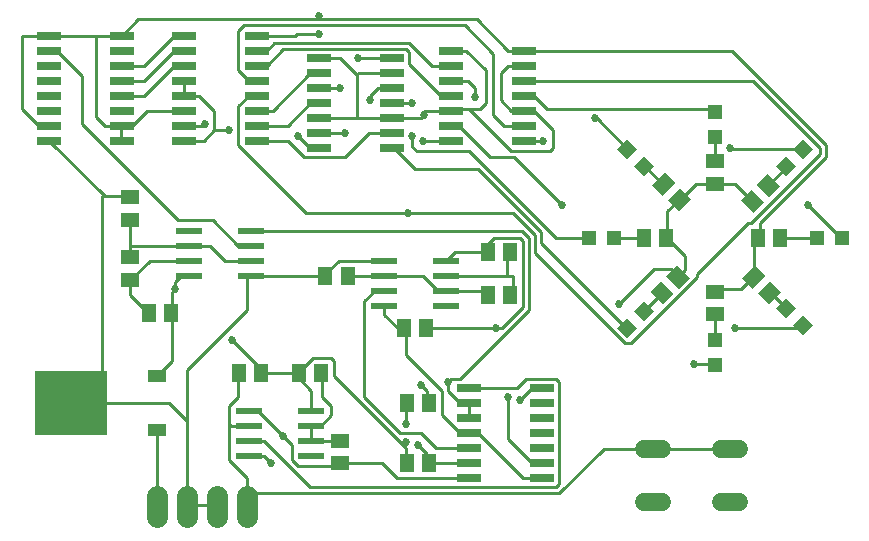
<source format=gtl>
G04 EAGLE Gerber RS-274X export*
G75*
%MOMM*%
%FSLAX34Y34*%
%LPD*%
%INTop Copper*%
%IPPOS*%
%AMOC8*
5,1,8,0,0,1.08239X$1,22.5*%
G01*
%ADD10R,1.500000X1.300000*%
%ADD11R,1.300000X1.500000*%
%ADD12R,1.200000X1.200000*%
%ADD13R,1.200000X1.200000*%
%ADD14R,6.200000X5.400000*%
%ADD15R,1.600000X1.000000*%
%ADD16R,2.200000X0.600000*%
%ADD17R,2.032000X0.660400*%
%ADD18C,1.524000*%
%ADD19C,1.800000*%
%ADD20C,0.254000*%
%ADD21C,0.685800*%


D10*
X114300Y282600D03*
X114300Y301600D03*
X292100Y95200D03*
X292100Y76200D03*
D11*
X298400Y234950D03*
X279400Y234950D03*
D12*
X609600Y373720D03*
X609600Y352720D03*
D13*
G36*
X684335Y334220D02*
X675850Y342705D01*
X684335Y351190D01*
X692820Y342705D01*
X684335Y334220D01*
G37*
G36*
X669485Y319370D02*
X661000Y327855D01*
X669485Y336340D01*
X677970Y327855D01*
X669485Y319370D01*
G37*
D12*
X716620Y266700D03*
X695620Y266700D03*
D13*
G36*
X675850Y193235D02*
X684335Y201720D01*
X692820Y193235D01*
X684335Y184750D01*
X675850Y193235D01*
G37*
G36*
X661000Y208085D02*
X669485Y216570D01*
X677970Y208085D01*
X669485Y199600D01*
X661000Y208085D01*
G37*
D12*
X609600Y159680D03*
X609600Y180680D03*
D13*
G36*
X534865Y199180D02*
X543350Y190695D01*
X534865Y182210D01*
X526380Y190695D01*
X534865Y199180D01*
G37*
G36*
X549715Y214030D02*
X558200Y205545D01*
X549715Y197060D01*
X541230Y205545D01*
X549715Y214030D01*
G37*
D12*
X502580Y266700D03*
X523580Y266700D03*
D13*
G36*
X543350Y342705D02*
X534865Y334220D01*
X526380Y342705D01*
X534865Y351190D01*
X543350Y342705D01*
G37*
G36*
X558200Y327855D02*
X549715Y319370D01*
X541230Y327855D01*
X549715Y336340D01*
X558200Y327855D01*
G37*
D11*
X130200Y203200D03*
X149200Y203200D03*
G36*
X580195Y309251D02*
X589387Y300059D01*
X578781Y289453D01*
X569589Y298645D01*
X580195Y309251D01*
G37*
G36*
X566759Y322687D02*
X575951Y313495D01*
X565345Y302889D01*
X556153Y312081D01*
X566759Y322687D01*
G37*
D10*
X609600Y313080D03*
X609600Y332080D03*
D11*
G36*
X650881Y297375D02*
X641689Y288183D01*
X631083Y298789D01*
X640275Y307981D01*
X650881Y297375D01*
G37*
G36*
X664317Y310811D02*
X655125Y301619D01*
X644519Y312225D01*
X653711Y321417D01*
X664317Y310811D01*
G37*
X645820Y266700D03*
X664820Y266700D03*
X348640Y76200D03*
X367640Y76200D03*
G36*
X568319Y234755D02*
X577511Y243947D01*
X588117Y233341D01*
X578925Y224149D01*
X568319Y234755D01*
G37*
G36*
X554883Y221319D02*
X564075Y230511D01*
X574681Y219905D01*
X565489Y210713D01*
X554883Y221319D01*
G37*
D10*
X609600Y221590D03*
X609600Y202590D03*
D11*
G36*
X641545Y224149D02*
X632353Y233341D01*
X642959Y243947D01*
X652151Y234755D01*
X641545Y224149D01*
G37*
G36*
X654981Y210713D02*
X645789Y219905D01*
X656395Y230511D01*
X665587Y221319D01*
X654981Y210713D01*
G37*
D10*
X114300Y231800D03*
X114300Y250800D03*
D11*
X367640Y127000D03*
X348640Y127000D03*
X206400Y152400D03*
X225400Y152400D03*
X276200Y152400D03*
X257200Y152400D03*
X436220Y255270D03*
X417220Y255270D03*
X436220Y218440D03*
X417220Y218440D03*
X346100Y190500D03*
X365100Y190500D03*
X568300Y266700D03*
X549300Y266700D03*
D14*
X63900Y127000D03*
D15*
X136900Y104200D03*
X136900Y149800D03*
D16*
X216500Y247650D03*
X164500Y247650D03*
X216500Y234950D03*
X216500Y260350D03*
X216500Y273050D03*
X164500Y234950D03*
X164500Y260350D03*
X164500Y273050D03*
D17*
X45466Y438150D03*
X106934Y438150D03*
X45466Y425450D03*
X45466Y412750D03*
X106934Y425450D03*
X106934Y412750D03*
X45466Y400050D03*
X106934Y400050D03*
X45466Y387350D03*
X106934Y387350D03*
X45466Y374650D03*
X45466Y361950D03*
X106934Y374650D03*
X106934Y361950D03*
X45466Y349250D03*
X106934Y349250D03*
X159766Y438150D03*
X221234Y438150D03*
X159766Y425450D03*
X159766Y412750D03*
X221234Y425450D03*
X221234Y412750D03*
X159766Y400050D03*
X221234Y400050D03*
X159766Y387350D03*
X221234Y387350D03*
X159766Y374650D03*
X159766Y361950D03*
X221234Y374650D03*
X221234Y361950D03*
X159766Y349250D03*
X221234Y349250D03*
D16*
X215300Y107950D03*
X267300Y107950D03*
X215300Y120650D03*
X215300Y95250D03*
X215300Y82550D03*
X267300Y120650D03*
X267300Y95250D03*
X267300Y82550D03*
D17*
X401066Y139700D03*
X462534Y139700D03*
X401066Y127000D03*
X401066Y114300D03*
X462534Y127000D03*
X462534Y114300D03*
X401066Y101600D03*
X462534Y101600D03*
X401066Y88900D03*
X401066Y76200D03*
X462534Y88900D03*
X462534Y76200D03*
X401066Y63500D03*
X462534Y63500D03*
D16*
X329600Y234950D03*
X381600Y234950D03*
X329600Y247650D03*
X329600Y222250D03*
X329600Y209550D03*
X381600Y247650D03*
X381600Y222250D03*
X381600Y209550D03*
D17*
X274066Y419100D03*
X335534Y419100D03*
X274066Y406400D03*
X274066Y393700D03*
X335534Y406400D03*
X335534Y393700D03*
X274066Y381000D03*
X335534Y381000D03*
X274066Y368300D03*
X274066Y355600D03*
X335534Y368300D03*
X335534Y355600D03*
X274066Y342900D03*
X335534Y342900D03*
X385826Y425450D03*
X447294Y425450D03*
X385826Y412750D03*
X385826Y400050D03*
X447294Y412750D03*
X447294Y400050D03*
X385826Y387350D03*
X447294Y387350D03*
X385826Y374650D03*
X385826Y361950D03*
X447294Y374650D03*
X447294Y361950D03*
X385826Y349250D03*
X447294Y349250D03*
D18*
X549148Y88646D02*
X564388Y88646D01*
X564388Y43434D02*
X549148Y43434D01*
X614172Y88646D02*
X629412Y88646D01*
X629412Y43434D02*
X614172Y43434D01*
D19*
X137160Y48370D02*
X137160Y30370D01*
X162560Y30370D02*
X162560Y48370D01*
X187960Y48370D02*
X187960Y30370D01*
X213360Y30370D02*
X213360Y48370D01*
D20*
X279400Y236220D02*
X290830Y247650D01*
X329600Y247650D01*
X279400Y234950D02*
X216500Y234950D01*
X279400Y234950D02*
X279400Y236220D01*
X92710Y302260D02*
X90170Y302260D01*
X92710Y302260D02*
X114300Y302260D01*
X92710Y302260D02*
X45720Y349250D01*
X45466Y349250D01*
X114300Y302260D02*
X114300Y301600D01*
X90170Y302260D02*
X90170Y127000D01*
X213360Y234950D02*
X216500Y234950D01*
X213360Y234950D02*
X213360Y205740D01*
X162560Y154940D01*
X147320Y127000D02*
X90170Y127000D01*
X63900Y127000D01*
X292100Y76200D02*
X327660Y76200D01*
X340360Y63500D01*
X401066Y63500D01*
X222250Y120650D02*
X215300Y120650D01*
X243840Y99060D02*
X251460Y91440D01*
X243840Y99060D02*
X222250Y120650D01*
X251460Y91440D02*
X251460Y78740D01*
X256540Y73660D01*
X289560Y73660D01*
X292100Y76200D01*
X176530Y349250D02*
X159766Y349250D01*
X176530Y349250D02*
X185420Y358140D01*
X185420Y374650D01*
X172720Y387350D01*
X159766Y387350D01*
X160020Y387604D02*
X160020Y399796D01*
X159766Y400050D01*
X160020Y387604D02*
X159766Y387350D01*
X266700Y342900D02*
X274066Y342900D01*
X266700Y342900D02*
X256540Y353060D01*
X361950Y349250D02*
X385826Y349250D01*
X187960Y40640D02*
X162560Y40640D01*
X187960Y40640D02*
X187960Y39370D01*
X185420Y358140D02*
X198120Y358140D01*
X162560Y154940D02*
X162560Y111760D01*
X147320Y127000D01*
X162560Y111760D02*
X162560Y40640D01*
X162560Y39370D01*
D21*
X256540Y353060D03*
X361950Y349250D03*
X198120Y358140D03*
X243840Y99060D03*
D20*
X584200Y240030D02*
X584200Y251460D01*
X584200Y240030D02*
X578218Y234048D01*
X584200Y251460D02*
X568960Y266700D01*
X579488Y299352D02*
X593215Y313080D01*
X625985Y313080D02*
X640982Y298082D01*
X625985Y313080D02*
X609600Y313080D01*
X593215Y313080D01*
X568960Y289560D02*
X568960Y266700D01*
X578752Y299352D02*
X579488Y299352D01*
X578752Y299352D02*
X568960Y289560D01*
X568960Y266700D02*
X568300Y266700D01*
X429260Y190500D02*
X424180Y190500D01*
X365100Y190500D01*
X429260Y190500D02*
X447040Y208280D01*
X447040Y264160D01*
X444500Y266700D01*
X422300Y266700D01*
X417220Y261620D01*
X417220Y255270D01*
X389220Y255270D01*
X381600Y247650D01*
X256540Y152400D02*
X252730Y152400D01*
X225400Y152400D01*
X347980Y88900D02*
X347980Y76200D01*
X345440Y91440D02*
X287020Y149860D01*
X345440Y91440D02*
X347980Y88900D01*
X287020Y149860D02*
X287020Y162560D01*
X284480Y165100D01*
X269240Y165100D01*
X256540Y152400D01*
X347980Y76200D02*
X348640Y76200D01*
X347980Y109220D02*
X347980Y127000D01*
X347980Y93980D02*
X345440Y91440D01*
X347980Y127000D02*
X348640Y127000D01*
X454660Y139700D02*
X462534Y139700D01*
X454660Y139700D02*
X444500Y129540D01*
X227330Y82550D02*
X215300Y82550D01*
X227330Y82550D02*
X233680Y76200D01*
X267300Y137830D02*
X252730Y152400D01*
X267300Y137830D02*
X267300Y120650D01*
X257200Y152400D02*
X256540Y152400D01*
X528320Y210820D02*
X557898Y240398D01*
X149860Y220980D02*
X149860Y203200D01*
X152400Y229870D02*
X157480Y234950D01*
X152400Y229870D02*
X152400Y223520D01*
X157480Y234950D02*
X164500Y234950D01*
X152400Y223520D02*
X149860Y220980D01*
X149860Y162760D02*
X136900Y149800D01*
X149860Y162760D02*
X149860Y203200D01*
X149200Y203200D01*
X307340Y419100D02*
X335534Y419100D01*
X274320Y439420D02*
X255270Y439420D01*
X254000Y438150D01*
X221234Y438150D01*
X106934Y361950D02*
X106680Y361696D01*
X106680Y349504D02*
X106934Y349250D01*
X106680Y349504D02*
X106680Y361696D01*
X128270Y374650D02*
X159766Y374650D01*
X128270Y374650D02*
X115570Y361950D01*
X106934Y361950D01*
X609600Y223520D02*
X631190Y223520D01*
X641718Y234048D01*
X609600Y223520D02*
X609600Y221590D01*
X641718Y234048D02*
X642252Y234048D01*
X642252Y263132D02*
X645820Y266700D01*
X642252Y263132D02*
X642252Y234048D01*
X45466Y361950D02*
X36830Y361950D01*
X22860Y375920D01*
X22860Y438150D01*
X45466Y438150D01*
X85090Y438150D01*
X106934Y438150D01*
X434340Y425450D02*
X447294Y425450D01*
X434340Y425450D02*
X407670Y452120D01*
X274320Y452120D02*
X120904Y452120D01*
X274320Y452120D02*
X407670Y452120D01*
X120904Y452120D02*
X106934Y438150D01*
X647700Y279400D02*
X647700Y266700D01*
X647700Y279400D02*
X703580Y335280D01*
X703580Y345440D01*
X623570Y425450D01*
X447294Y425450D01*
X645820Y266700D02*
X647700Y266700D01*
X106934Y361950D02*
X92710Y361950D01*
X85090Y369570D01*
X85090Y438150D01*
X274320Y452120D02*
X274320Y454660D01*
X223520Y157480D02*
X223520Y152400D01*
X223520Y157480D02*
X200660Y180340D01*
X223520Y152400D02*
X225400Y152400D01*
D21*
X347980Y109220D03*
X347980Y93980D03*
X444500Y129540D03*
X233680Y76200D03*
X424180Y190500D03*
X528320Y210820D03*
X307340Y419100D03*
X274320Y439420D03*
X152400Y223520D03*
X274320Y454660D03*
X200660Y180340D03*
D20*
X571868Y240398D02*
X578218Y234048D01*
X571868Y240398D02*
X557898Y240398D01*
X136900Y104200D02*
X136900Y39630D01*
X137160Y39370D01*
X52070Y425450D02*
X45466Y425450D01*
X52070Y425450D02*
X73660Y403860D01*
X73660Y363220D01*
X154940Y281940D01*
X184150Y281940D01*
X205740Y260350D01*
X216500Y260350D01*
X365760Y137160D02*
X365760Y127000D01*
X365760Y137160D02*
X360680Y142240D01*
X383540Y144780D02*
X383540Y137160D01*
X393700Y127000D01*
X401066Y127000D01*
X367640Y127000D02*
X365760Y127000D01*
X401320Y127000D02*
X401320Y114300D01*
X401066Y114300D01*
X401066Y127000D02*
X401320Y127000D01*
X445770Y273050D02*
X216500Y273050D01*
X445770Y273050D02*
X452120Y266700D01*
X452120Y205740D01*
X393700Y147320D01*
X386080Y147320D01*
X383540Y144780D01*
D21*
X360680Y142240D03*
X383540Y144780D03*
D20*
X125730Y412750D02*
X106934Y412750D01*
X125730Y412750D02*
X151130Y438150D01*
X159766Y438150D01*
X125730Y400050D02*
X106934Y400050D01*
X125730Y400050D02*
X151130Y425450D01*
X159766Y425450D01*
X125730Y387350D02*
X106934Y387350D01*
X125730Y387350D02*
X151130Y412750D01*
X159766Y412750D01*
X177800Y363220D02*
X176530Y361950D01*
X159766Y361950D01*
X317500Y387350D02*
X323850Y393700D01*
X317500Y387350D02*
X317500Y383540D01*
X323850Y393700D02*
X335534Y393700D01*
D21*
X177800Y363220D03*
X317500Y383540D03*
D20*
X247650Y349250D02*
X221234Y349250D01*
X247650Y349250D02*
X261620Y335280D01*
X295910Y335280D01*
X316230Y355600D01*
X335534Y355600D01*
X247650Y361950D02*
X221234Y361950D01*
X247650Y361950D02*
X266700Y381000D01*
X274066Y381000D01*
X234950Y374650D02*
X221234Y374650D01*
X234950Y374650D02*
X266700Y406400D01*
X274066Y406400D01*
X454660Y76200D02*
X462534Y76200D01*
X454660Y76200D02*
X434340Y96520D01*
X434340Y132080D01*
X349250Y288290D02*
X262890Y288290D01*
X205740Y345440D01*
X205740Y378460D01*
X214630Y387350D01*
X221234Y387350D01*
X447294Y400050D02*
X641350Y400050D01*
X698500Y342900D01*
X698500Y337820D01*
X640080Y279400D01*
X637540Y279400D01*
X594360Y236220D01*
X594360Y233680D01*
X538480Y177800D01*
X533400Y177800D01*
X457200Y254000D01*
X457200Y269240D01*
X438150Y288290D01*
X349250Y288290D01*
D21*
X434340Y132080D03*
X349250Y288290D03*
D20*
X369570Y412750D02*
X385826Y412750D01*
X369570Y412750D02*
X350520Y431800D01*
X236220Y431800D01*
X229870Y425450D01*
X221234Y425450D01*
X430530Y361950D02*
X447294Y361950D01*
X430530Y361950D02*
X421640Y370840D01*
X421640Y422910D01*
X397510Y447040D01*
X210820Y447040D01*
X205740Y441960D01*
X205740Y408940D01*
X214630Y400050D01*
X221234Y400050D01*
X377190Y387350D02*
X385826Y387350D01*
X377190Y387350D02*
X350520Y414020D01*
X350520Y424180D01*
X347980Y426720D01*
X243840Y426720D01*
X229870Y412750D01*
X221234Y412750D01*
X329600Y209550D02*
X329590Y209540D01*
X329590Y201930D01*
X341020Y190500D02*
X346100Y190500D01*
X341020Y190500D02*
X329590Y201930D01*
X447040Y63500D02*
X462534Y63500D01*
X447040Y63500D02*
X408940Y101600D01*
X401066Y101600D01*
X347980Y167640D02*
X347980Y190500D01*
X347980Y167640D02*
X378460Y137160D01*
X378460Y116840D01*
X393700Y101600D01*
X401066Y101600D01*
X347980Y190500D02*
X346100Y190500D01*
X373380Y88900D02*
X401066Y88900D01*
X373380Y88900D02*
X360680Y101600D01*
X342900Y101600D01*
X312420Y132080D01*
X312420Y213360D01*
X321310Y222250D01*
X329600Y222250D01*
X436880Y374650D02*
X447294Y374650D01*
X436880Y374650D02*
X427990Y383540D01*
X427990Y406400D01*
X434340Y412750D01*
X447294Y412750D01*
X401066Y76200D02*
X367640Y76200D01*
X335534Y368300D02*
X306070Y368300D01*
X274066Y368300D01*
X274066Y419100D02*
X292100Y419100D01*
X306070Y405130D01*
X306070Y368300D01*
X360680Y368300D02*
X363220Y370840D01*
X360680Y368300D02*
X335534Y368300D01*
X363220Y374650D02*
X385826Y374650D01*
X335534Y406400D02*
X307340Y406400D01*
X306070Y405130D01*
X385826Y425450D02*
X398780Y425450D01*
X415290Y408940D01*
X415290Y381000D01*
X410210Y375920D01*
X401320Y375920D02*
X387096Y375920D01*
X385826Y374650D01*
X401320Y375920D02*
X410210Y375920D01*
X365760Y83820D02*
X365760Y76200D01*
X365760Y83820D02*
X358140Y91440D01*
X363220Y370840D02*
X363220Y374650D01*
X365760Y76200D02*
X367640Y76200D01*
X447294Y374650D02*
X455930Y374650D01*
X472440Y358140D01*
X472440Y342900D01*
X469900Y340360D01*
X436880Y340360D01*
X401320Y375920D01*
D21*
X358140Y91440D03*
X363220Y370840D03*
D20*
X591820Y160020D02*
X609600Y160020D01*
X353060Y381000D02*
X335534Y381000D01*
X609600Y160020D02*
X609600Y159680D01*
D21*
X591820Y160020D03*
X353060Y381000D03*
D20*
X474980Y266700D02*
X502580Y266700D01*
X474980Y266700D02*
X401320Y340360D01*
X356870Y340360D01*
X353060Y344170D01*
X353060Y353060D01*
X295910Y355600D02*
X274066Y355600D01*
D21*
X353060Y353060D03*
X295910Y355600D03*
D20*
X509270Y368300D02*
X534865Y342705D01*
X509270Y368300D02*
X508000Y368300D01*
X534865Y342705D02*
X534865Y342705D01*
X292100Y393700D02*
X274066Y393700D01*
D21*
X508000Y368300D03*
X292100Y393700D03*
D20*
X534475Y190695D02*
X534865Y190695D01*
X534475Y190695D02*
X462280Y262890D01*
X462280Y271780D01*
X408940Y325120D01*
X355600Y325120D01*
X337820Y342900D01*
X335534Y342900D01*
X467360Y375920D02*
X609600Y375920D01*
X467360Y375920D02*
X455930Y387350D01*
X447294Y387350D01*
X609600Y375920D02*
X609600Y373720D01*
X463550Y349250D02*
X447294Y349250D01*
X622105Y342705D02*
X684335Y342705D01*
X622300Y342900D02*
X622105Y342705D01*
D21*
X622300Y342900D03*
X463550Y349250D03*
D20*
X688340Y294640D02*
X716280Y266700D01*
X480060Y294640D02*
X439420Y335280D01*
X419100Y335280D01*
X392430Y361950D01*
X385826Y361950D01*
X716280Y266700D02*
X716620Y266700D01*
D21*
X688340Y294640D03*
X480060Y294640D03*
D20*
X681599Y190500D02*
X684335Y193235D01*
X681599Y190500D02*
X626110Y190500D01*
X406400Y393700D02*
X400050Y400050D01*
X406400Y393700D02*
X406400Y386080D01*
X400050Y400050D02*
X385826Y400050D01*
D21*
X626110Y190500D03*
X406400Y386080D03*
D20*
X609600Y202590D02*
X609600Y180680D01*
X564782Y220612D02*
X549715Y205545D01*
X549300Y266700D02*
X523580Y266700D01*
X656323Y221248D02*
X669485Y208085D01*
X656323Y221248D02*
X655688Y220612D01*
X669485Y208085D02*
X669485Y208085D01*
X563880Y314960D02*
X562610Y314960D01*
X549715Y327855D01*
X549715Y327855D01*
X563880Y314960D02*
X566052Y312788D01*
X609600Y332080D02*
X609600Y352720D01*
X669485Y327855D02*
X669485Y326585D01*
X654418Y311518D01*
X664820Y266700D02*
X695620Y266700D01*
X329600Y234950D02*
X298400Y234950D01*
X381600Y222250D02*
X413410Y222250D01*
X417220Y218440D01*
X361950Y234950D02*
X329600Y234950D01*
X361950Y234950D02*
X374650Y222250D01*
X381600Y222250D01*
X433070Y252120D02*
X436220Y255270D01*
X433070Y252120D02*
X433070Y234950D01*
X438150Y234950D02*
X438150Y218440D01*
X436220Y218440D01*
X438150Y234950D02*
X433070Y234950D01*
X381600Y234950D01*
X292100Y95250D02*
X267300Y95250D01*
X292100Y95250D02*
X292100Y95200D01*
X276860Y132080D02*
X276860Y152400D01*
X276860Y132080D02*
X284480Y124460D01*
X284480Y116840D01*
X275590Y107950D01*
X267300Y107950D01*
X276200Y152400D02*
X276860Y152400D01*
X267300Y107950D02*
X267300Y95250D01*
X401066Y139700D02*
X441960Y139700D01*
X449580Y147320D01*
X474980Y147320D01*
X477520Y144780D01*
X477520Y58420D01*
X474980Y55880D01*
X266700Y55880D01*
X227330Y95250D01*
X215300Y95250D01*
X205740Y132080D02*
X205740Y152400D01*
X205740Y132080D02*
X198120Y124460D01*
X198120Y109220D02*
X199390Y107950D01*
X215300Y107950D01*
X206400Y152400D02*
X205740Y152400D01*
X213360Y63500D02*
X213360Y50800D01*
X213360Y63500D02*
X198120Y78740D01*
X198120Y109220D02*
X198120Y124460D01*
X198120Y109220D02*
X198120Y78740D01*
X477520Y50800D02*
X515366Y88646D01*
X477520Y50800D02*
X213360Y50800D01*
X213360Y39370D01*
X515366Y88646D02*
X556768Y88646D01*
X621792Y88646D01*
X114300Y260350D02*
X114300Y282600D01*
X114300Y260350D02*
X114300Y250800D01*
X194310Y247650D02*
X216500Y247650D01*
X194310Y247650D02*
X181610Y260350D01*
X164500Y260350D01*
X114300Y260350D01*
X114300Y231140D02*
X114300Y218440D01*
X129540Y203200D01*
X130200Y203200D01*
X130810Y247650D02*
X164500Y247650D01*
X130810Y247650D02*
X114300Y231140D01*
X114300Y231800D01*
M02*

</source>
